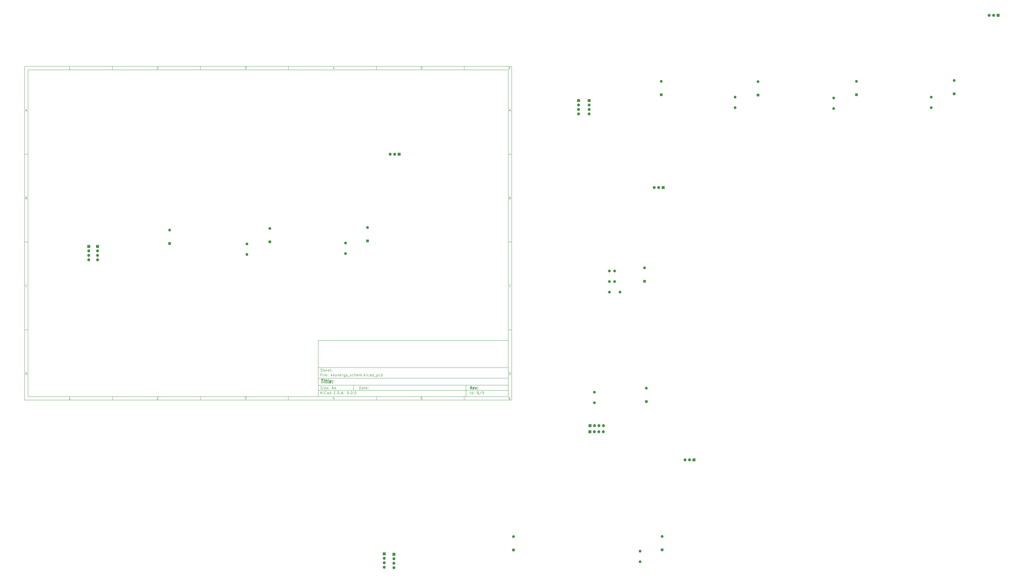
<source format=gbr>
%TF.GenerationSoftware,KiCad,Pcbnew,9.0.0*%
%TF.CreationDate,2025-04-02T13:07:29+08:00*%
%TF.ProjectId,keynergy_schem,6b65796e-6572-4677-995f-736368656d2e,rev?*%
%TF.SameCoordinates,Original*%
%TF.FileFunction,Soldermask,Bot*%
%TF.FilePolarity,Negative*%
%FSLAX46Y46*%
G04 Gerber Fmt 4.6, Leading zero omitted, Abs format (unit mm)*
G04 Created by KiCad (PCBNEW 9.0.0) date 2025-04-02 13:07:29*
%MOMM*%
%LPD*%
G01*
G04 APERTURE LIST*
%ADD10C,0.100000*%
%ADD11C,0.150000*%
%ADD12C,0.300000*%
%ADD13C,0.400000*%
%ADD14R,1.600000X1.600000*%
%ADD15O,1.600000X1.600000*%
%ADD16R,1.700000X1.700000*%
%ADD17O,1.700000X1.700000*%
G04 APERTURE END LIST*
D10*
D11*
X177002200Y-166007200D02*
X285002200Y-166007200D01*
X285002200Y-198007200D01*
X177002200Y-198007200D01*
X177002200Y-166007200D01*
D10*
D11*
X10000000Y-10000000D02*
X287002200Y-10000000D01*
X287002200Y-200007200D01*
X10000000Y-200007200D01*
X10000000Y-10000000D01*
D10*
D11*
X12000000Y-12000000D02*
X285002200Y-12000000D01*
X285002200Y-198007200D01*
X12000000Y-198007200D01*
X12000000Y-12000000D01*
D10*
D11*
X60000000Y-12000000D02*
X60000000Y-10000000D01*
D10*
D11*
X110000000Y-12000000D02*
X110000000Y-10000000D01*
D10*
D11*
X160000000Y-12000000D02*
X160000000Y-10000000D01*
D10*
D11*
X210000000Y-12000000D02*
X210000000Y-10000000D01*
D10*
D11*
X260000000Y-12000000D02*
X260000000Y-10000000D01*
D10*
D11*
X36089160Y-11593604D02*
X35346303Y-11593604D01*
X35717731Y-11593604D02*
X35717731Y-10293604D01*
X35717731Y-10293604D02*
X35593922Y-10479319D01*
X35593922Y-10479319D02*
X35470112Y-10603128D01*
X35470112Y-10603128D02*
X35346303Y-10665033D01*
D10*
D11*
X85346303Y-10417414D02*
X85408207Y-10355509D01*
X85408207Y-10355509D02*
X85532017Y-10293604D01*
X85532017Y-10293604D02*
X85841541Y-10293604D01*
X85841541Y-10293604D02*
X85965350Y-10355509D01*
X85965350Y-10355509D02*
X86027255Y-10417414D01*
X86027255Y-10417414D02*
X86089160Y-10541223D01*
X86089160Y-10541223D02*
X86089160Y-10665033D01*
X86089160Y-10665033D02*
X86027255Y-10850747D01*
X86027255Y-10850747D02*
X85284398Y-11593604D01*
X85284398Y-11593604D02*
X86089160Y-11593604D01*
D10*
D11*
X135284398Y-10293604D02*
X136089160Y-10293604D01*
X136089160Y-10293604D02*
X135655826Y-10788842D01*
X135655826Y-10788842D02*
X135841541Y-10788842D01*
X135841541Y-10788842D02*
X135965350Y-10850747D01*
X135965350Y-10850747D02*
X136027255Y-10912652D01*
X136027255Y-10912652D02*
X136089160Y-11036461D01*
X136089160Y-11036461D02*
X136089160Y-11345985D01*
X136089160Y-11345985D02*
X136027255Y-11469795D01*
X136027255Y-11469795D02*
X135965350Y-11531700D01*
X135965350Y-11531700D02*
X135841541Y-11593604D01*
X135841541Y-11593604D02*
X135470112Y-11593604D01*
X135470112Y-11593604D02*
X135346303Y-11531700D01*
X135346303Y-11531700D02*
X135284398Y-11469795D01*
D10*
D11*
X185965350Y-10726938D02*
X185965350Y-11593604D01*
X185655826Y-10231700D02*
X185346303Y-11160271D01*
X185346303Y-11160271D02*
X186151064Y-11160271D01*
D10*
D11*
X236027255Y-10293604D02*
X235408207Y-10293604D01*
X235408207Y-10293604D02*
X235346303Y-10912652D01*
X235346303Y-10912652D02*
X235408207Y-10850747D01*
X235408207Y-10850747D02*
X235532017Y-10788842D01*
X235532017Y-10788842D02*
X235841541Y-10788842D01*
X235841541Y-10788842D02*
X235965350Y-10850747D01*
X235965350Y-10850747D02*
X236027255Y-10912652D01*
X236027255Y-10912652D02*
X236089160Y-11036461D01*
X236089160Y-11036461D02*
X236089160Y-11345985D01*
X236089160Y-11345985D02*
X236027255Y-11469795D01*
X236027255Y-11469795D02*
X235965350Y-11531700D01*
X235965350Y-11531700D02*
X235841541Y-11593604D01*
X235841541Y-11593604D02*
X235532017Y-11593604D01*
X235532017Y-11593604D02*
X235408207Y-11531700D01*
X235408207Y-11531700D02*
X235346303Y-11469795D01*
D10*
D11*
X285965350Y-10293604D02*
X285717731Y-10293604D01*
X285717731Y-10293604D02*
X285593922Y-10355509D01*
X285593922Y-10355509D02*
X285532017Y-10417414D01*
X285532017Y-10417414D02*
X285408207Y-10603128D01*
X285408207Y-10603128D02*
X285346303Y-10850747D01*
X285346303Y-10850747D02*
X285346303Y-11345985D01*
X285346303Y-11345985D02*
X285408207Y-11469795D01*
X285408207Y-11469795D02*
X285470112Y-11531700D01*
X285470112Y-11531700D02*
X285593922Y-11593604D01*
X285593922Y-11593604D02*
X285841541Y-11593604D01*
X285841541Y-11593604D02*
X285965350Y-11531700D01*
X285965350Y-11531700D02*
X286027255Y-11469795D01*
X286027255Y-11469795D02*
X286089160Y-11345985D01*
X286089160Y-11345985D02*
X286089160Y-11036461D01*
X286089160Y-11036461D02*
X286027255Y-10912652D01*
X286027255Y-10912652D02*
X285965350Y-10850747D01*
X285965350Y-10850747D02*
X285841541Y-10788842D01*
X285841541Y-10788842D02*
X285593922Y-10788842D01*
X285593922Y-10788842D02*
X285470112Y-10850747D01*
X285470112Y-10850747D02*
X285408207Y-10912652D01*
X285408207Y-10912652D02*
X285346303Y-11036461D01*
D10*
D11*
X60000000Y-198007200D02*
X60000000Y-200007200D01*
D10*
D11*
X110000000Y-198007200D02*
X110000000Y-200007200D01*
D10*
D11*
X160000000Y-198007200D02*
X160000000Y-200007200D01*
D10*
D11*
X210000000Y-198007200D02*
X210000000Y-200007200D01*
D10*
D11*
X260000000Y-198007200D02*
X260000000Y-200007200D01*
D10*
D11*
X36089160Y-199600804D02*
X35346303Y-199600804D01*
X35717731Y-199600804D02*
X35717731Y-198300804D01*
X35717731Y-198300804D02*
X35593922Y-198486519D01*
X35593922Y-198486519D02*
X35470112Y-198610328D01*
X35470112Y-198610328D02*
X35346303Y-198672233D01*
D10*
D11*
X85346303Y-198424614D02*
X85408207Y-198362709D01*
X85408207Y-198362709D02*
X85532017Y-198300804D01*
X85532017Y-198300804D02*
X85841541Y-198300804D01*
X85841541Y-198300804D02*
X85965350Y-198362709D01*
X85965350Y-198362709D02*
X86027255Y-198424614D01*
X86027255Y-198424614D02*
X86089160Y-198548423D01*
X86089160Y-198548423D02*
X86089160Y-198672233D01*
X86089160Y-198672233D02*
X86027255Y-198857947D01*
X86027255Y-198857947D02*
X85284398Y-199600804D01*
X85284398Y-199600804D02*
X86089160Y-199600804D01*
D10*
D11*
X135284398Y-198300804D02*
X136089160Y-198300804D01*
X136089160Y-198300804D02*
X135655826Y-198796042D01*
X135655826Y-198796042D02*
X135841541Y-198796042D01*
X135841541Y-198796042D02*
X135965350Y-198857947D01*
X135965350Y-198857947D02*
X136027255Y-198919852D01*
X136027255Y-198919852D02*
X136089160Y-199043661D01*
X136089160Y-199043661D02*
X136089160Y-199353185D01*
X136089160Y-199353185D02*
X136027255Y-199476995D01*
X136027255Y-199476995D02*
X135965350Y-199538900D01*
X135965350Y-199538900D02*
X135841541Y-199600804D01*
X135841541Y-199600804D02*
X135470112Y-199600804D01*
X135470112Y-199600804D02*
X135346303Y-199538900D01*
X135346303Y-199538900D02*
X135284398Y-199476995D01*
D10*
D11*
X185965350Y-198734138D02*
X185965350Y-199600804D01*
X185655826Y-198238900D02*
X185346303Y-199167471D01*
X185346303Y-199167471D02*
X186151064Y-199167471D01*
D10*
D11*
X236027255Y-198300804D02*
X235408207Y-198300804D01*
X235408207Y-198300804D02*
X235346303Y-198919852D01*
X235346303Y-198919852D02*
X235408207Y-198857947D01*
X235408207Y-198857947D02*
X235532017Y-198796042D01*
X235532017Y-198796042D02*
X235841541Y-198796042D01*
X235841541Y-198796042D02*
X235965350Y-198857947D01*
X235965350Y-198857947D02*
X236027255Y-198919852D01*
X236027255Y-198919852D02*
X236089160Y-199043661D01*
X236089160Y-199043661D02*
X236089160Y-199353185D01*
X236089160Y-199353185D02*
X236027255Y-199476995D01*
X236027255Y-199476995D02*
X235965350Y-199538900D01*
X235965350Y-199538900D02*
X235841541Y-199600804D01*
X235841541Y-199600804D02*
X235532017Y-199600804D01*
X235532017Y-199600804D02*
X235408207Y-199538900D01*
X235408207Y-199538900D02*
X235346303Y-199476995D01*
D10*
D11*
X285965350Y-198300804D02*
X285717731Y-198300804D01*
X285717731Y-198300804D02*
X285593922Y-198362709D01*
X285593922Y-198362709D02*
X285532017Y-198424614D01*
X285532017Y-198424614D02*
X285408207Y-198610328D01*
X285408207Y-198610328D02*
X285346303Y-198857947D01*
X285346303Y-198857947D02*
X285346303Y-199353185D01*
X285346303Y-199353185D02*
X285408207Y-199476995D01*
X285408207Y-199476995D02*
X285470112Y-199538900D01*
X285470112Y-199538900D02*
X285593922Y-199600804D01*
X285593922Y-199600804D02*
X285841541Y-199600804D01*
X285841541Y-199600804D02*
X285965350Y-199538900D01*
X285965350Y-199538900D02*
X286027255Y-199476995D01*
X286027255Y-199476995D02*
X286089160Y-199353185D01*
X286089160Y-199353185D02*
X286089160Y-199043661D01*
X286089160Y-199043661D02*
X286027255Y-198919852D01*
X286027255Y-198919852D02*
X285965350Y-198857947D01*
X285965350Y-198857947D02*
X285841541Y-198796042D01*
X285841541Y-198796042D02*
X285593922Y-198796042D01*
X285593922Y-198796042D02*
X285470112Y-198857947D01*
X285470112Y-198857947D02*
X285408207Y-198919852D01*
X285408207Y-198919852D02*
X285346303Y-199043661D01*
D10*
D11*
X10000000Y-60000000D02*
X12000000Y-60000000D01*
D10*
D11*
X10000000Y-110000000D02*
X12000000Y-110000000D01*
D10*
D11*
X10000000Y-160000000D02*
X12000000Y-160000000D01*
D10*
D11*
X10690476Y-35222176D02*
X11309523Y-35222176D01*
X10566666Y-35593604D02*
X10999999Y-34293604D01*
X10999999Y-34293604D02*
X11433333Y-35593604D01*
D10*
D11*
X11092857Y-84912652D02*
X11278571Y-84974557D01*
X11278571Y-84974557D02*
X11340476Y-85036461D01*
X11340476Y-85036461D02*
X11402380Y-85160271D01*
X11402380Y-85160271D02*
X11402380Y-85345985D01*
X11402380Y-85345985D02*
X11340476Y-85469795D01*
X11340476Y-85469795D02*
X11278571Y-85531700D01*
X11278571Y-85531700D02*
X11154761Y-85593604D01*
X11154761Y-85593604D02*
X10659523Y-85593604D01*
X10659523Y-85593604D02*
X10659523Y-84293604D01*
X10659523Y-84293604D02*
X11092857Y-84293604D01*
X11092857Y-84293604D02*
X11216666Y-84355509D01*
X11216666Y-84355509D02*
X11278571Y-84417414D01*
X11278571Y-84417414D02*
X11340476Y-84541223D01*
X11340476Y-84541223D02*
X11340476Y-84665033D01*
X11340476Y-84665033D02*
X11278571Y-84788842D01*
X11278571Y-84788842D02*
X11216666Y-84850747D01*
X11216666Y-84850747D02*
X11092857Y-84912652D01*
X11092857Y-84912652D02*
X10659523Y-84912652D01*
D10*
D11*
X11402380Y-135469795D02*
X11340476Y-135531700D01*
X11340476Y-135531700D02*
X11154761Y-135593604D01*
X11154761Y-135593604D02*
X11030952Y-135593604D01*
X11030952Y-135593604D02*
X10845238Y-135531700D01*
X10845238Y-135531700D02*
X10721428Y-135407890D01*
X10721428Y-135407890D02*
X10659523Y-135284080D01*
X10659523Y-135284080D02*
X10597619Y-135036461D01*
X10597619Y-135036461D02*
X10597619Y-134850747D01*
X10597619Y-134850747D02*
X10659523Y-134603128D01*
X10659523Y-134603128D02*
X10721428Y-134479319D01*
X10721428Y-134479319D02*
X10845238Y-134355509D01*
X10845238Y-134355509D02*
X11030952Y-134293604D01*
X11030952Y-134293604D02*
X11154761Y-134293604D01*
X11154761Y-134293604D02*
X11340476Y-134355509D01*
X11340476Y-134355509D02*
X11402380Y-134417414D01*
D10*
D11*
X10659523Y-185593604D02*
X10659523Y-184293604D01*
X10659523Y-184293604D02*
X10969047Y-184293604D01*
X10969047Y-184293604D02*
X11154761Y-184355509D01*
X11154761Y-184355509D02*
X11278571Y-184479319D01*
X11278571Y-184479319D02*
X11340476Y-184603128D01*
X11340476Y-184603128D02*
X11402380Y-184850747D01*
X11402380Y-184850747D02*
X11402380Y-185036461D01*
X11402380Y-185036461D02*
X11340476Y-185284080D01*
X11340476Y-185284080D02*
X11278571Y-185407890D01*
X11278571Y-185407890D02*
X11154761Y-185531700D01*
X11154761Y-185531700D02*
X10969047Y-185593604D01*
X10969047Y-185593604D02*
X10659523Y-185593604D01*
D10*
D11*
X287002200Y-60000000D02*
X285002200Y-60000000D01*
D10*
D11*
X287002200Y-110000000D02*
X285002200Y-110000000D01*
D10*
D11*
X287002200Y-160000000D02*
X285002200Y-160000000D01*
D10*
D11*
X285692676Y-35222176D02*
X286311723Y-35222176D01*
X285568866Y-35593604D02*
X286002199Y-34293604D01*
X286002199Y-34293604D02*
X286435533Y-35593604D01*
D10*
D11*
X286095057Y-84912652D02*
X286280771Y-84974557D01*
X286280771Y-84974557D02*
X286342676Y-85036461D01*
X286342676Y-85036461D02*
X286404580Y-85160271D01*
X286404580Y-85160271D02*
X286404580Y-85345985D01*
X286404580Y-85345985D02*
X286342676Y-85469795D01*
X286342676Y-85469795D02*
X286280771Y-85531700D01*
X286280771Y-85531700D02*
X286156961Y-85593604D01*
X286156961Y-85593604D02*
X285661723Y-85593604D01*
X285661723Y-85593604D02*
X285661723Y-84293604D01*
X285661723Y-84293604D02*
X286095057Y-84293604D01*
X286095057Y-84293604D02*
X286218866Y-84355509D01*
X286218866Y-84355509D02*
X286280771Y-84417414D01*
X286280771Y-84417414D02*
X286342676Y-84541223D01*
X286342676Y-84541223D02*
X286342676Y-84665033D01*
X286342676Y-84665033D02*
X286280771Y-84788842D01*
X286280771Y-84788842D02*
X286218866Y-84850747D01*
X286218866Y-84850747D02*
X286095057Y-84912652D01*
X286095057Y-84912652D02*
X285661723Y-84912652D01*
D10*
D11*
X286404580Y-135469795D02*
X286342676Y-135531700D01*
X286342676Y-135531700D02*
X286156961Y-135593604D01*
X286156961Y-135593604D02*
X286033152Y-135593604D01*
X286033152Y-135593604D02*
X285847438Y-135531700D01*
X285847438Y-135531700D02*
X285723628Y-135407890D01*
X285723628Y-135407890D02*
X285661723Y-135284080D01*
X285661723Y-135284080D02*
X285599819Y-135036461D01*
X285599819Y-135036461D02*
X285599819Y-134850747D01*
X285599819Y-134850747D02*
X285661723Y-134603128D01*
X285661723Y-134603128D02*
X285723628Y-134479319D01*
X285723628Y-134479319D02*
X285847438Y-134355509D01*
X285847438Y-134355509D02*
X286033152Y-134293604D01*
X286033152Y-134293604D02*
X286156961Y-134293604D01*
X286156961Y-134293604D02*
X286342676Y-134355509D01*
X286342676Y-134355509D02*
X286404580Y-134417414D01*
D10*
D11*
X285661723Y-185593604D02*
X285661723Y-184293604D01*
X285661723Y-184293604D02*
X285971247Y-184293604D01*
X285971247Y-184293604D02*
X286156961Y-184355509D01*
X286156961Y-184355509D02*
X286280771Y-184479319D01*
X286280771Y-184479319D02*
X286342676Y-184603128D01*
X286342676Y-184603128D02*
X286404580Y-184850747D01*
X286404580Y-184850747D02*
X286404580Y-185036461D01*
X286404580Y-185036461D02*
X286342676Y-185284080D01*
X286342676Y-185284080D02*
X286280771Y-185407890D01*
X286280771Y-185407890D02*
X286156961Y-185531700D01*
X286156961Y-185531700D02*
X285971247Y-185593604D01*
X285971247Y-185593604D02*
X285661723Y-185593604D01*
D10*
D11*
X200458026Y-193793328D02*
X200458026Y-192293328D01*
X200458026Y-192293328D02*
X200815169Y-192293328D01*
X200815169Y-192293328D02*
X201029455Y-192364757D01*
X201029455Y-192364757D02*
X201172312Y-192507614D01*
X201172312Y-192507614D02*
X201243741Y-192650471D01*
X201243741Y-192650471D02*
X201315169Y-192936185D01*
X201315169Y-192936185D02*
X201315169Y-193150471D01*
X201315169Y-193150471D02*
X201243741Y-193436185D01*
X201243741Y-193436185D02*
X201172312Y-193579042D01*
X201172312Y-193579042D02*
X201029455Y-193721900D01*
X201029455Y-193721900D02*
X200815169Y-193793328D01*
X200815169Y-193793328D02*
X200458026Y-193793328D01*
X202600884Y-193793328D02*
X202600884Y-193007614D01*
X202600884Y-193007614D02*
X202529455Y-192864757D01*
X202529455Y-192864757D02*
X202386598Y-192793328D01*
X202386598Y-192793328D02*
X202100884Y-192793328D01*
X202100884Y-192793328D02*
X201958026Y-192864757D01*
X202600884Y-193721900D02*
X202458026Y-193793328D01*
X202458026Y-193793328D02*
X202100884Y-193793328D01*
X202100884Y-193793328D02*
X201958026Y-193721900D01*
X201958026Y-193721900D02*
X201886598Y-193579042D01*
X201886598Y-193579042D02*
X201886598Y-193436185D01*
X201886598Y-193436185D02*
X201958026Y-193293328D01*
X201958026Y-193293328D02*
X202100884Y-193221900D01*
X202100884Y-193221900D02*
X202458026Y-193221900D01*
X202458026Y-193221900D02*
X202600884Y-193150471D01*
X203100884Y-192793328D02*
X203672312Y-192793328D01*
X203315169Y-192293328D02*
X203315169Y-193579042D01*
X203315169Y-193579042D02*
X203386598Y-193721900D01*
X203386598Y-193721900D02*
X203529455Y-193793328D01*
X203529455Y-193793328D02*
X203672312Y-193793328D01*
X204743741Y-193721900D02*
X204600884Y-193793328D01*
X204600884Y-193793328D02*
X204315170Y-193793328D01*
X204315170Y-193793328D02*
X204172312Y-193721900D01*
X204172312Y-193721900D02*
X204100884Y-193579042D01*
X204100884Y-193579042D02*
X204100884Y-193007614D01*
X204100884Y-193007614D02*
X204172312Y-192864757D01*
X204172312Y-192864757D02*
X204315170Y-192793328D01*
X204315170Y-192793328D02*
X204600884Y-192793328D01*
X204600884Y-192793328D02*
X204743741Y-192864757D01*
X204743741Y-192864757D02*
X204815170Y-193007614D01*
X204815170Y-193007614D02*
X204815170Y-193150471D01*
X204815170Y-193150471D02*
X204100884Y-193293328D01*
X205458026Y-193650471D02*
X205529455Y-193721900D01*
X205529455Y-193721900D02*
X205458026Y-193793328D01*
X205458026Y-193793328D02*
X205386598Y-193721900D01*
X205386598Y-193721900D02*
X205458026Y-193650471D01*
X205458026Y-193650471D02*
X205458026Y-193793328D01*
X205458026Y-192864757D02*
X205529455Y-192936185D01*
X205529455Y-192936185D02*
X205458026Y-193007614D01*
X205458026Y-193007614D02*
X205386598Y-192936185D01*
X205386598Y-192936185D02*
X205458026Y-192864757D01*
X205458026Y-192864757D02*
X205458026Y-193007614D01*
D10*
D11*
X177002200Y-194507200D02*
X285002200Y-194507200D01*
D10*
D11*
X178458026Y-196593328D02*
X178458026Y-195093328D01*
X179315169Y-196593328D02*
X178672312Y-195736185D01*
X179315169Y-195093328D02*
X178458026Y-195950471D01*
X179958026Y-196593328D02*
X179958026Y-195593328D01*
X179958026Y-195093328D02*
X179886598Y-195164757D01*
X179886598Y-195164757D02*
X179958026Y-195236185D01*
X179958026Y-195236185D02*
X180029455Y-195164757D01*
X180029455Y-195164757D02*
X179958026Y-195093328D01*
X179958026Y-195093328D02*
X179958026Y-195236185D01*
X181529455Y-196450471D02*
X181458027Y-196521900D01*
X181458027Y-196521900D02*
X181243741Y-196593328D01*
X181243741Y-196593328D02*
X181100884Y-196593328D01*
X181100884Y-196593328D02*
X180886598Y-196521900D01*
X180886598Y-196521900D02*
X180743741Y-196379042D01*
X180743741Y-196379042D02*
X180672312Y-196236185D01*
X180672312Y-196236185D02*
X180600884Y-195950471D01*
X180600884Y-195950471D02*
X180600884Y-195736185D01*
X180600884Y-195736185D02*
X180672312Y-195450471D01*
X180672312Y-195450471D02*
X180743741Y-195307614D01*
X180743741Y-195307614D02*
X180886598Y-195164757D01*
X180886598Y-195164757D02*
X181100884Y-195093328D01*
X181100884Y-195093328D02*
X181243741Y-195093328D01*
X181243741Y-195093328D02*
X181458027Y-195164757D01*
X181458027Y-195164757D02*
X181529455Y-195236185D01*
X182815170Y-196593328D02*
X182815170Y-195807614D01*
X182815170Y-195807614D02*
X182743741Y-195664757D01*
X182743741Y-195664757D02*
X182600884Y-195593328D01*
X182600884Y-195593328D02*
X182315170Y-195593328D01*
X182315170Y-195593328D02*
X182172312Y-195664757D01*
X182815170Y-196521900D02*
X182672312Y-196593328D01*
X182672312Y-196593328D02*
X182315170Y-196593328D01*
X182315170Y-196593328D02*
X182172312Y-196521900D01*
X182172312Y-196521900D02*
X182100884Y-196379042D01*
X182100884Y-196379042D02*
X182100884Y-196236185D01*
X182100884Y-196236185D02*
X182172312Y-196093328D01*
X182172312Y-196093328D02*
X182315170Y-196021900D01*
X182315170Y-196021900D02*
X182672312Y-196021900D01*
X182672312Y-196021900D02*
X182815170Y-195950471D01*
X184172313Y-196593328D02*
X184172313Y-195093328D01*
X184172313Y-196521900D02*
X184029455Y-196593328D01*
X184029455Y-196593328D02*
X183743741Y-196593328D01*
X183743741Y-196593328D02*
X183600884Y-196521900D01*
X183600884Y-196521900D02*
X183529455Y-196450471D01*
X183529455Y-196450471D02*
X183458027Y-196307614D01*
X183458027Y-196307614D02*
X183458027Y-195879042D01*
X183458027Y-195879042D02*
X183529455Y-195736185D01*
X183529455Y-195736185D02*
X183600884Y-195664757D01*
X183600884Y-195664757D02*
X183743741Y-195593328D01*
X183743741Y-195593328D02*
X184029455Y-195593328D01*
X184029455Y-195593328D02*
X184172313Y-195664757D01*
X186029455Y-195807614D02*
X186529455Y-195807614D01*
X186743741Y-196593328D02*
X186029455Y-196593328D01*
X186029455Y-196593328D02*
X186029455Y-195093328D01*
X186029455Y-195093328D02*
X186743741Y-195093328D01*
X187386598Y-196450471D02*
X187458027Y-196521900D01*
X187458027Y-196521900D02*
X187386598Y-196593328D01*
X187386598Y-196593328D02*
X187315170Y-196521900D01*
X187315170Y-196521900D02*
X187386598Y-196450471D01*
X187386598Y-196450471D02*
X187386598Y-196593328D01*
X188100884Y-196593328D02*
X188100884Y-195093328D01*
X188100884Y-195093328D02*
X188458027Y-195093328D01*
X188458027Y-195093328D02*
X188672313Y-195164757D01*
X188672313Y-195164757D02*
X188815170Y-195307614D01*
X188815170Y-195307614D02*
X188886599Y-195450471D01*
X188886599Y-195450471D02*
X188958027Y-195736185D01*
X188958027Y-195736185D02*
X188958027Y-195950471D01*
X188958027Y-195950471D02*
X188886599Y-196236185D01*
X188886599Y-196236185D02*
X188815170Y-196379042D01*
X188815170Y-196379042D02*
X188672313Y-196521900D01*
X188672313Y-196521900D02*
X188458027Y-196593328D01*
X188458027Y-196593328D02*
X188100884Y-196593328D01*
X189600884Y-196450471D02*
X189672313Y-196521900D01*
X189672313Y-196521900D02*
X189600884Y-196593328D01*
X189600884Y-196593328D02*
X189529456Y-196521900D01*
X189529456Y-196521900D02*
X189600884Y-196450471D01*
X189600884Y-196450471D02*
X189600884Y-196593328D01*
X190243742Y-196164757D02*
X190958028Y-196164757D01*
X190100885Y-196593328D02*
X190600885Y-195093328D01*
X190600885Y-195093328D02*
X191100885Y-196593328D01*
X191600884Y-196450471D02*
X191672313Y-196521900D01*
X191672313Y-196521900D02*
X191600884Y-196593328D01*
X191600884Y-196593328D02*
X191529456Y-196521900D01*
X191529456Y-196521900D02*
X191600884Y-196450471D01*
X191600884Y-196450471D02*
X191600884Y-196593328D01*
X193529456Y-196593328D02*
X193815170Y-196593328D01*
X193815170Y-196593328D02*
X193958027Y-196521900D01*
X193958027Y-196521900D02*
X194029456Y-196450471D01*
X194029456Y-196450471D02*
X194172313Y-196236185D01*
X194172313Y-196236185D02*
X194243742Y-195950471D01*
X194243742Y-195950471D02*
X194243742Y-195379042D01*
X194243742Y-195379042D02*
X194172313Y-195236185D01*
X194172313Y-195236185D02*
X194100885Y-195164757D01*
X194100885Y-195164757D02*
X193958027Y-195093328D01*
X193958027Y-195093328D02*
X193672313Y-195093328D01*
X193672313Y-195093328D02*
X193529456Y-195164757D01*
X193529456Y-195164757D02*
X193458027Y-195236185D01*
X193458027Y-195236185D02*
X193386599Y-195379042D01*
X193386599Y-195379042D02*
X193386599Y-195736185D01*
X193386599Y-195736185D02*
X193458027Y-195879042D01*
X193458027Y-195879042D02*
X193529456Y-195950471D01*
X193529456Y-195950471D02*
X193672313Y-196021900D01*
X193672313Y-196021900D02*
X193958027Y-196021900D01*
X193958027Y-196021900D02*
X194100885Y-195950471D01*
X194100885Y-195950471D02*
X194172313Y-195879042D01*
X194172313Y-195879042D02*
X194243742Y-195736185D01*
X194886598Y-196450471D02*
X194958027Y-196521900D01*
X194958027Y-196521900D02*
X194886598Y-196593328D01*
X194886598Y-196593328D02*
X194815170Y-196521900D01*
X194815170Y-196521900D02*
X194886598Y-196450471D01*
X194886598Y-196450471D02*
X194886598Y-196593328D01*
X195886599Y-195093328D02*
X196029456Y-195093328D01*
X196029456Y-195093328D02*
X196172313Y-195164757D01*
X196172313Y-195164757D02*
X196243742Y-195236185D01*
X196243742Y-195236185D02*
X196315170Y-195379042D01*
X196315170Y-195379042D02*
X196386599Y-195664757D01*
X196386599Y-195664757D02*
X196386599Y-196021900D01*
X196386599Y-196021900D02*
X196315170Y-196307614D01*
X196315170Y-196307614D02*
X196243742Y-196450471D01*
X196243742Y-196450471D02*
X196172313Y-196521900D01*
X196172313Y-196521900D02*
X196029456Y-196593328D01*
X196029456Y-196593328D02*
X195886599Y-196593328D01*
X195886599Y-196593328D02*
X195743742Y-196521900D01*
X195743742Y-196521900D02*
X195672313Y-196450471D01*
X195672313Y-196450471D02*
X195600884Y-196307614D01*
X195600884Y-196307614D02*
X195529456Y-196021900D01*
X195529456Y-196021900D02*
X195529456Y-195664757D01*
X195529456Y-195664757D02*
X195600884Y-195379042D01*
X195600884Y-195379042D02*
X195672313Y-195236185D01*
X195672313Y-195236185D02*
X195743742Y-195164757D01*
X195743742Y-195164757D02*
X195886599Y-195093328D01*
X197029455Y-196450471D02*
X197100884Y-196521900D01*
X197100884Y-196521900D02*
X197029455Y-196593328D01*
X197029455Y-196593328D02*
X196958027Y-196521900D01*
X196958027Y-196521900D02*
X197029455Y-196450471D01*
X197029455Y-196450471D02*
X197029455Y-196593328D01*
X198029456Y-195093328D02*
X198172313Y-195093328D01*
X198172313Y-195093328D02*
X198315170Y-195164757D01*
X198315170Y-195164757D02*
X198386599Y-195236185D01*
X198386599Y-195236185D02*
X198458027Y-195379042D01*
X198458027Y-195379042D02*
X198529456Y-195664757D01*
X198529456Y-195664757D02*
X198529456Y-196021900D01*
X198529456Y-196021900D02*
X198458027Y-196307614D01*
X198458027Y-196307614D02*
X198386599Y-196450471D01*
X198386599Y-196450471D02*
X198315170Y-196521900D01*
X198315170Y-196521900D02*
X198172313Y-196593328D01*
X198172313Y-196593328D02*
X198029456Y-196593328D01*
X198029456Y-196593328D02*
X197886599Y-196521900D01*
X197886599Y-196521900D02*
X197815170Y-196450471D01*
X197815170Y-196450471D02*
X197743741Y-196307614D01*
X197743741Y-196307614D02*
X197672313Y-196021900D01*
X197672313Y-196021900D02*
X197672313Y-195664757D01*
X197672313Y-195664757D02*
X197743741Y-195379042D01*
X197743741Y-195379042D02*
X197815170Y-195236185D01*
X197815170Y-195236185D02*
X197886599Y-195164757D01*
X197886599Y-195164757D02*
X198029456Y-195093328D01*
D10*
D11*
X177002200Y-191507200D02*
X285002200Y-191507200D01*
D10*
D12*
X264413853Y-193785528D02*
X263913853Y-193071242D01*
X263556710Y-193785528D02*
X263556710Y-192285528D01*
X263556710Y-192285528D02*
X264128139Y-192285528D01*
X264128139Y-192285528D02*
X264270996Y-192356957D01*
X264270996Y-192356957D02*
X264342425Y-192428385D01*
X264342425Y-192428385D02*
X264413853Y-192571242D01*
X264413853Y-192571242D02*
X264413853Y-192785528D01*
X264413853Y-192785528D02*
X264342425Y-192928385D01*
X264342425Y-192928385D02*
X264270996Y-192999814D01*
X264270996Y-192999814D02*
X264128139Y-193071242D01*
X264128139Y-193071242D02*
X263556710Y-193071242D01*
X265628139Y-193714100D02*
X265485282Y-193785528D01*
X265485282Y-193785528D02*
X265199568Y-193785528D01*
X265199568Y-193785528D02*
X265056710Y-193714100D01*
X265056710Y-193714100D02*
X264985282Y-193571242D01*
X264985282Y-193571242D02*
X264985282Y-192999814D01*
X264985282Y-192999814D02*
X265056710Y-192856957D01*
X265056710Y-192856957D02*
X265199568Y-192785528D01*
X265199568Y-192785528D02*
X265485282Y-192785528D01*
X265485282Y-192785528D02*
X265628139Y-192856957D01*
X265628139Y-192856957D02*
X265699568Y-192999814D01*
X265699568Y-192999814D02*
X265699568Y-193142671D01*
X265699568Y-193142671D02*
X264985282Y-193285528D01*
X266199567Y-192785528D02*
X266556710Y-193785528D01*
X266556710Y-193785528D02*
X266913853Y-192785528D01*
X267485281Y-193642671D02*
X267556710Y-193714100D01*
X267556710Y-193714100D02*
X267485281Y-193785528D01*
X267485281Y-193785528D02*
X267413853Y-193714100D01*
X267413853Y-193714100D02*
X267485281Y-193642671D01*
X267485281Y-193642671D02*
X267485281Y-193785528D01*
X267485281Y-192856957D02*
X267556710Y-192928385D01*
X267556710Y-192928385D02*
X267485281Y-192999814D01*
X267485281Y-192999814D02*
X267413853Y-192928385D01*
X267413853Y-192928385D02*
X267485281Y-192856957D01*
X267485281Y-192856957D02*
X267485281Y-192999814D01*
D10*
D11*
X178386598Y-193721900D02*
X178600884Y-193793328D01*
X178600884Y-193793328D02*
X178958026Y-193793328D01*
X178958026Y-193793328D02*
X179100884Y-193721900D01*
X179100884Y-193721900D02*
X179172312Y-193650471D01*
X179172312Y-193650471D02*
X179243741Y-193507614D01*
X179243741Y-193507614D02*
X179243741Y-193364757D01*
X179243741Y-193364757D02*
X179172312Y-193221900D01*
X179172312Y-193221900D02*
X179100884Y-193150471D01*
X179100884Y-193150471D02*
X178958026Y-193079042D01*
X178958026Y-193079042D02*
X178672312Y-193007614D01*
X178672312Y-193007614D02*
X178529455Y-192936185D01*
X178529455Y-192936185D02*
X178458026Y-192864757D01*
X178458026Y-192864757D02*
X178386598Y-192721900D01*
X178386598Y-192721900D02*
X178386598Y-192579042D01*
X178386598Y-192579042D02*
X178458026Y-192436185D01*
X178458026Y-192436185D02*
X178529455Y-192364757D01*
X178529455Y-192364757D02*
X178672312Y-192293328D01*
X178672312Y-192293328D02*
X179029455Y-192293328D01*
X179029455Y-192293328D02*
X179243741Y-192364757D01*
X179886597Y-193793328D02*
X179886597Y-192793328D01*
X179886597Y-192293328D02*
X179815169Y-192364757D01*
X179815169Y-192364757D02*
X179886597Y-192436185D01*
X179886597Y-192436185D02*
X179958026Y-192364757D01*
X179958026Y-192364757D02*
X179886597Y-192293328D01*
X179886597Y-192293328D02*
X179886597Y-192436185D01*
X180458026Y-192793328D02*
X181243741Y-192793328D01*
X181243741Y-192793328D02*
X180458026Y-193793328D01*
X180458026Y-193793328D02*
X181243741Y-193793328D01*
X182386598Y-193721900D02*
X182243741Y-193793328D01*
X182243741Y-193793328D02*
X181958027Y-193793328D01*
X181958027Y-193793328D02*
X181815169Y-193721900D01*
X181815169Y-193721900D02*
X181743741Y-193579042D01*
X181743741Y-193579042D02*
X181743741Y-193007614D01*
X181743741Y-193007614D02*
X181815169Y-192864757D01*
X181815169Y-192864757D02*
X181958027Y-192793328D01*
X181958027Y-192793328D02*
X182243741Y-192793328D01*
X182243741Y-192793328D02*
X182386598Y-192864757D01*
X182386598Y-192864757D02*
X182458027Y-193007614D01*
X182458027Y-193007614D02*
X182458027Y-193150471D01*
X182458027Y-193150471D02*
X181743741Y-193293328D01*
X183100883Y-193650471D02*
X183172312Y-193721900D01*
X183172312Y-193721900D02*
X183100883Y-193793328D01*
X183100883Y-193793328D02*
X183029455Y-193721900D01*
X183029455Y-193721900D02*
X183100883Y-193650471D01*
X183100883Y-193650471D02*
X183100883Y-193793328D01*
X183100883Y-192864757D02*
X183172312Y-192936185D01*
X183172312Y-192936185D02*
X183100883Y-193007614D01*
X183100883Y-193007614D02*
X183029455Y-192936185D01*
X183029455Y-192936185D02*
X183100883Y-192864757D01*
X183100883Y-192864757D02*
X183100883Y-193007614D01*
X184886598Y-193364757D02*
X185600884Y-193364757D01*
X184743741Y-193793328D02*
X185243741Y-192293328D01*
X185243741Y-192293328D02*
X185743741Y-193793328D01*
X186886598Y-192793328D02*
X186886598Y-193793328D01*
X186529455Y-192221900D02*
X186172312Y-193293328D01*
X186172312Y-193293328D02*
X187100883Y-193293328D01*
D10*
D11*
X263458026Y-196593328D02*
X263458026Y-195093328D01*
X264815170Y-196593328D02*
X264815170Y-195093328D01*
X264815170Y-196521900D02*
X264672312Y-196593328D01*
X264672312Y-196593328D02*
X264386598Y-196593328D01*
X264386598Y-196593328D02*
X264243741Y-196521900D01*
X264243741Y-196521900D02*
X264172312Y-196450471D01*
X264172312Y-196450471D02*
X264100884Y-196307614D01*
X264100884Y-196307614D02*
X264100884Y-195879042D01*
X264100884Y-195879042D02*
X264172312Y-195736185D01*
X264172312Y-195736185D02*
X264243741Y-195664757D01*
X264243741Y-195664757D02*
X264386598Y-195593328D01*
X264386598Y-195593328D02*
X264672312Y-195593328D01*
X264672312Y-195593328D02*
X264815170Y-195664757D01*
X265529455Y-196450471D02*
X265600884Y-196521900D01*
X265600884Y-196521900D02*
X265529455Y-196593328D01*
X265529455Y-196593328D02*
X265458027Y-196521900D01*
X265458027Y-196521900D02*
X265529455Y-196450471D01*
X265529455Y-196450471D02*
X265529455Y-196593328D01*
X265529455Y-195664757D02*
X265600884Y-195736185D01*
X265600884Y-195736185D02*
X265529455Y-195807614D01*
X265529455Y-195807614D02*
X265458027Y-195736185D01*
X265458027Y-195736185D02*
X265529455Y-195664757D01*
X265529455Y-195664757D02*
X265529455Y-195807614D01*
X267600884Y-195736185D02*
X267458027Y-195664757D01*
X267458027Y-195664757D02*
X267386598Y-195593328D01*
X267386598Y-195593328D02*
X267315170Y-195450471D01*
X267315170Y-195450471D02*
X267315170Y-195379042D01*
X267315170Y-195379042D02*
X267386598Y-195236185D01*
X267386598Y-195236185D02*
X267458027Y-195164757D01*
X267458027Y-195164757D02*
X267600884Y-195093328D01*
X267600884Y-195093328D02*
X267886598Y-195093328D01*
X267886598Y-195093328D02*
X268029456Y-195164757D01*
X268029456Y-195164757D02*
X268100884Y-195236185D01*
X268100884Y-195236185D02*
X268172313Y-195379042D01*
X268172313Y-195379042D02*
X268172313Y-195450471D01*
X268172313Y-195450471D02*
X268100884Y-195593328D01*
X268100884Y-195593328D02*
X268029456Y-195664757D01*
X268029456Y-195664757D02*
X267886598Y-195736185D01*
X267886598Y-195736185D02*
X267600884Y-195736185D01*
X267600884Y-195736185D02*
X267458027Y-195807614D01*
X267458027Y-195807614D02*
X267386598Y-195879042D01*
X267386598Y-195879042D02*
X267315170Y-196021900D01*
X267315170Y-196021900D02*
X267315170Y-196307614D01*
X267315170Y-196307614D02*
X267386598Y-196450471D01*
X267386598Y-196450471D02*
X267458027Y-196521900D01*
X267458027Y-196521900D02*
X267600884Y-196593328D01*
X267600884Y-196593328D02*
X267886598Y-196593328D01*
X267886598Y-196593328D02*
X268029456Y-196521900D01*
X268029456Y-196521900D02*
X268100884Y-196450471D01*
X268100884Y-196450471D02*
X268172313Y-196307614D01*
X268172313Y-196307614D02*
X268172313Y-196021900D01*
X268172313Y-196021900D02*
X268100884Y-195879042D01*
X268100884Y-195879042D02*
X268029456Y-195807614D01*
X268029456Y-195807614D02*
X267886598Y-195736185D01*
X269886598Y-195021900D02*
X268600884Y-196950471D01*
X270458027Y-196593328D02*
X270743741Y-196593328D01*
X270743741Y-196593328D02*
X270886598Y-196521900D01*
X270886598Y-196521900D02*
X270958027Y-196450471D01*
X270958027Y-196450471D02*
X271100884Y-196236185D01*
X271100884Y-196236185D02*
X271172313Y-195950471D01*
X271172313Y-195950471D02*
X271172313Y-195379042D01*
X271172313Y-195379042D02*
X271100884Y-195236185D01*
X271100884Y-195236185D02*
X271029456Y-195164757D01*
X271029456Y-195164757D02*
X270886598Y-195093328D01*
X270886598Y-195093328D02*
X270600884Y-195093328D01*
X270600884Y-195093328D02*
X270458027Y-195164757D01*
X270458027Y-195164757D02*
X270386598Y-195236185D01*
X270386598Y-195236185D02*
X270315170Y-195379042D01*
X270315170Y-195379042D02*
X270315170Y-195736185D01*
X270315170Y-195736185D02*
X270386598Y-195879042D01*
X270386598Y-195879042D02*
X270458027Y-195950471D01*
X270458027Y-195950471D02*
X270600884Y-196021900D01*
X270600884Y-196021900D02*
X270886598Y-196021900D01*
X270886598Y-196021900D02*
X271029456Y-195950471D01*
X271029456Y-195950471D02*
X271100884Y-195879042D01*
X271100884Y-195879042D02*
X271172313Y-195736185D01*
D10*
D11*
X177002200Y-187507200D02*
X285002200Y-187507200D01*
D10*
D13*
X178693928Y-188211638D02*
X179836785Y-188211638D01*
X179015357Y-190211638D02*
X179265357Y-188211638D01*
X180253452Y-190211638D02*
X180420119Y-188878304D01*
X180503452Y-188211638D02*
X180396309Y-188306876D01*
X180396309Y-188306876D02*
X180479643Y-188402114D01*
X180479643Y-188402114D02*
X180586786Y-188306876D01*
X180586786Y-188306876D02*
X180503452Y-188211638D01*
X180503452Y-188211638D02*
X180479643Y-188402114D01*
X181086786Y-188878304D02*
X181848690Y-188878304D01*
X181455833Y-188211638D02*
X181241548Y-189925923D01*
X181241548Y-189925923D02*
X181312976Y-190116400D01*
X181312976Y-190116400D02*
X181491548Y-190211638D01*
X181491548Y-190211638D02*
X181682024Y-190211638D01*
X182634405Y-190211638D02*
X182455833Y-190116400D01*
X182455833Y-190116400D02*
X182384405Y-189925923D01*
X182384405Y-189925923D02*
X182598690Y-188211638D01*
X184170119Y-190116400D02*
X183967738Y-190211638D01*
X183967738Y-190211638D02*
X183586785Y-190211638D01*
X183586785Y-190211638D02*
X183408214Y-190116400D01*
X183408214Y-190116400D02*
X183336785Y-189925923D01*
X183336785Y-189925923D02*
X183432024Y-189164019D01*
X183432024Y-189164019D02*
X183551071Y-188973542D01*
X183551071Y-188973542D02*
X183753452Y-188878304D01*
X183753452Y-188878304D02*
X184134404Y-188878304D01*
X184134404Y-188878304D02*
X184312976Y-188973542D01*
X184312976Y-188973542D02*
X184384404Y-189164019D01*
X184384404Y-189164019D02*
X184360595Y-189354495D01*
X184360595Y-189354495D02*
X183384404Y-189544971D01*
X185134405Y-190021161D02*
X185217738Y-190116400D01*
X185217738Y-190116400D02*
X185110595Y-190211638D01*
X185110595Y-190211638D02*
X185027262Y-190116400D01*
X185027262Y-190116400D02*
X185134405Y-190021161D01*
X185134405Y-190021161D02*
X185110595Y-190211638D01*
X185265357Y-188973542D02*
X185348690Y-189068780D01*
X185348690Y-189068780D02*
X185241548Y-189164019D01*
X185241548Y-189164019D02*
X185158214Y-189068780D01*
X185158214Y-189068780D02*
X185265357Y-188973542D01*
X185265357Y-188973542D02*
X185241548Y-189164019D01*
D10*
D11*
X178958026Y-185607614D02*
X178458026Y-185607614D01*
X178458026Y-186393328D02*
X178458026Y-184893328D01*
X178458026Y-184893328D02*
X179172312Y-184893328D01*
X179743740Y-186393328D02*
X179743740Y-185393328D01*
X179743740Y-184893328D02*
X179672312Y-184964757D01*
X179672312Y-184964757D02*
X179743740Y-185036185D01*
X179743740Y-185036185D02*
X179815169Y-184964757D01*
X179815169Y-184964757D02*
X179743740Y-184893328D01*
X179743740Y-184893328D02*
X179743740Y-185036185D01*
X180672312Y-186393328D02*
X180529455Y-186321900D01*
X180529455Y-186321900D02*
X180458026Y-186179042D01*
X180458026Y-186179042D02*
X180458026Y-184893328D01*
X181815169Y-186321900D02*
X181672312Y-186393328D01*
X181672312Y-186393328D02*
X181386598Y-186393328D01*
X181386598Y-186393328D02*
X181243740Y-186321900D01*
X181243740Y-186321900D02*
X181172312Y-186179042D01*
X181172312Y-186179042D02*
X181172312Y-185607614D01*
X181172312Y-185607614D02*
X181243740Y-185464757D01*
X181243740Y-185464757D02*
X181386598Y-185393328D01*
X181386598Y-185393328D02*
X181672312Y-185393328D01*
X181672312Y-185393328D02*
X181815169Y-185464757D01*
X181815169Y-185464757D02*
X181886598Y-185607614D01*
X181886598Y-185607614D02*
X181886598Y-185750471D01*
X181886598Y-185750471D02*
X181172312Y-185893328D01*
X182529454Y-186250471D02*
X182600883Y-186321900D01*
X182600883Y-186321900D02*
X182529454Y-186393328D01*
X182529454Y-186393328D02*
X182458026Y-186321900D01*
X182458026Y-186321900D02*
X182529454Y-186250471D01*
X182529454Y-186250471D02*
X182529454Y-186393328D01*
X182529454Y-185464757D02*
X182600883Y-185536185D01*
X182600883Y-185536185D02*
X182529454Y-185607614D01*
X182529454Y-185607614D02*
X182458026Y-185536185D01*
X182458026Y-185536185D02*
X182529454Y-185464757D01*
X182529454Y-185464757D02*
X182529454Y-185607614D01*
X184386597Y-186393328D02*
X184386597Y-184893328D01*
X184529455Y-185821900D02*
X184958026Y-186393328D01*
X184958026Y-185393328D02*
X184386597Y-185964757D01*
X186172312Y-186321900D02*
X186029455Y-186393328D01*
X186029455Y-186393328D02*
X185743741Y-186393328D01*
X185743741Y-186393328D02*
X185600883Y-186321900D01*
X185600883Y-186321900D02*
X185529455Y-186179042D01*
X185529455Y-186179042D02*
X185529455Y-185607614D01*
X185529455Y-185607614D02*
X185600883Y-185464757D01*
X185600883Y-185464757D02*
X185743741Y-185393328D01*
X185743741Y-185393328D02*
X186029455Y-185393328D01*
X186029455Y-185393328D02*
X186172312Y-185464757D01*
X186172312Y-185464757D02*
X186243741Y-185607614D01*
X186243741Y-185607614D02*
X186243741Y-185750471D01*
X186243741Y-185750471D02*
X185529455Y-185893328D01*
X186743740Y-185393328D02*
X187100883Y-186393328D01*
X187458026Y-185393328D02*
X187100883Y-186393328D01*
X187100883Y-186393328D02*
X186958026Y-186750471D01*
X186958026Y-186750471D02*
X186886597Y-186821900D01*
X186886597Y-186821900D02*
X186743740Y-186893328D01*
X188029454Y-185393328D02*
X188029454Y-186393328D01*
X188029454Y-185536185D02*
X188100883Y-185464757D01*
X188100883Y-185464757D02*
X188243740Y-185393328D01*
X188243740Y-185393328D02*
X188458026Y-185393328D01*
X188458026Y-185393328D02*
X188600883Y-185464757D01*
X188600883Y-185464757D02*
X188672312Y-185607614D01*
X188672312Y-185607614D02*
X188672312Y-186393328D01*
X189958026Y-186321900D02*
X189815169Y-186393328D01*
X189815169Y-186393328D02*
X189529455Y-186393328D01*
X189529455Y-186393328D02*
X189386597Y-186321900D01*
X189386597Y-186321900D02*
X189315169Y-186179042D01*
X189315169Y-186179042D02*
X189315169Y-185607614D01*
X189315169Y-185607614D02*
X189386597Y-185464757D01*
X189386597Y-185464757D02*
X189529455Y-185393328D01*
X189529455Y-185393328D02*
X189815169Y-185393328D01*
X189815169Y-185393328D02*
X189958026Y-185464757D01*
X189958026Y-185464757D02*
X190029455Y-185607614D01*
X190029455Y-185607614D02*
X190029455Y-185750471D01*
X190029455Y-185750471D02*
X189315169Y-185893328D01*
X190672311Y-186393328D02*
X190672311Y-185393328D01*
X190672311Y-185679042D02*
X190743740Y-185536185D01*
X190743740Y-185536185D02*
X190815169Y-185464757D01*
X190815169Y-185464757D02*
X190958026Y-185393328D01*
X190958026Y-185393328D02*
X191100883Y-185393328D01*
X192243740Y-185393328D02*
X192243740Y-186607614D01*
X192243740Y-186607614D02*
X192172311Y-186750471D01*
X192172311Y-186750471D02*
X192100882Y-186821900D01*
X192100882Y-186821900D02*
X191958025Y-186893328D01*
X191958025Y-186893328D02*
X191743740Y-186893328D01*
X191743740Y-186893328D02*
X191600882Y-186821900D01*
X192243740Y-186321900D02*
X192100882Y-186393328D01*
X192100882Y-186393328D02*
X191815168Y-186393328D01*
X191815168Y-186393328D02*
X191672311Y-186321900D01*
X191672311Y-186321900D02*
X191600882Y-186250471D01*
X191600882Y-186250471D02*
X191529454Y-186107614D01*
X191529454Y-186107614D02*
X191529454Y-185679042D01*
X191529454Y-185679042D02*
X191600882Y-185536185D01*
X191600882Y-185536185D02*
X191672311Y-185464757D01*
X191672311Y-185464757D02*
X191815168Y-185393328D01*
X191815168Y-185393328D02*
X192100882Y-185393328D01*
X192100882Y-185393328D02*
X192243740Y-185464757D01*
X192815168Y-185393328D02*
X193172311Y-186393328D01*
X193529454Y-185393328D02*
X193172311Y-186393328D01*
X193172311Y-186393328D02*
X193029454Y-186750471D01*
X193029454Y-186750471D02*
X192958025Y-186821900D01*
X192958025Y-186821900D02*
X192815168Y-186893328D01*
X193743740Y-186536185D02*
X194886597Y-186536185D01*
X195172311Y-186321900D02*
X195315168Y-186393328D01*
X195315168Y-186393328D02*
X195600882Y-186393328D01*
X195600882Y-186393328D02*
X195743739Y-186321900D01*
X195743739Y-186321900D02*
X195815168Y-186179042D01*
X195815168Y-186179042D02*
X195815168Y-186107614D01*
X195815168Y-186107614D02*
X195743739Y-185964757D01*
X195743739Y-185964757D02*
X195600882Y-185893328D01*
X195600882Y-185893328D02*
X195386597Y-185893328D01*
X195386597Y-185893328D02*
X195243739Y-185821900D01*
X195243739Y-185821900D02*
X195172311Y-185679042D01*
X195172311Y-185679042D02*
X195172311Y-185607614D01*
X195172311Y-185607614D02*
X195243739Y-185464757D01*
X195243739Y-185464757D02*
X195386597Y-185393328D01*
X195386597Y-185393328D02*
X195600882Y-185393328D01*
X195600882Y-185393328D02*
X195743739Y-185464757D01*
X197100883Y-186321900D02*
X196958025Y-186393328D01*
X196958025Y-186393328D02*
X196672311Y-186393328D01*
X196672311Y-186393328D02*
X196529454Y-186321900D01*
X196529454Y-186321900D02*
X196458025Y-186250471D01*
X196458025Y-186250471D02*
X196386597Y-186107614D01*
X196386597Y-186107614D02*
X196386597Y-185679042D01*
X196386597Y-185679042D02*
X196458025Y-185536185D01*
X196458025Y-185536185D02*
X196529454Y-185464757D01*
X196529454Y-185464757D02*
X196672311Y-185393328D01*
X196672311Y-185393328D02*
X196958025Y-185393328D01*
X196958025Y-185393328D02*
X197100883Y-185464757D01*
X197743739Y-186393328D02*
X197743739Y-184893328D01*
X198386597Y-186393328D02*
X198386597Y-185607614D01*
X198386597Y-185607614D02*
X198315168Y-185464757D01*
X198315168Y-185464757D02*
X198172311Y-185393328D01*
X198172311Y-185393328D02*
X197958025Y-185393328D01*
X197958025Y-185393328D02*
X197815168Y-185464757D01*
X197815168Y-185464757D02*
X197743739Y-185536185D01*
X199672311Y-186321900D02*
X199529454Y-186393328D01*
X199529454Y-186393328D02*
X199243740Y-186393328D01*
X199243740Y-186393328D02*
X199100882Y-186321900D01*
X199100882Y-186321900D02*
X199029454Y-186179042D01*
X199029454Y-186179042D02*
X199029454Y-185607614D01*
X199029454Y-185607614D02*
X199100882Y-185464757D01*
X199100882Y-185464757D02*
X199243740Y-185393328D01*
X199243740Y-185393328D02*
X199529454Y-185393328D01*
X199529454Y-185393328D02*
X199672311Y-185464757D01*
X199672311Y-185464757D02*
X199743740Y-185607614D01*
X199743740Y-185607614D02*
X199743740Y-185750471D01*
X199743740Y-185750471D02*
X199029454Y-185893328D01*
X200386596Y-186393328D02*
X200386596Y-185393328D01*
X200386596Y-185536185D02*
X200458025Y-185464757D01*
X200458025Y-185464757D02*
X200600882Y-185393328D01*
X200600882Y-185393328D02*
X200815168Y-185393328D01*
X200815168Y-185393328D02*
X200958025Y-185464757D01*
X200958025Y-185464757D02*
X201029454Y-185607614D01*
X201029454Y-185607614D02*
X201029454Y-186393328D01*
X201029454Y-185607614D02*
X201100882Y-185464757D01*
X201100882Y-185464757D02*
X201243739Y-185393328D01*
X201243739Y-185393328D02*
X201458025Y-185393328D01*
X201458025Y-185393328D02*
X201600882Y-185464757D01*
X201600882Y-185464757D02*
X201672311Y-185607614D01*
X201672311Y-185607614D02*
X201672311Y-186393328D01*
X202386596Y-186250471D02*
X202458025Y-186321900D01*
X202458025Y-186321900D02*
X202386596Y-186393328D01*
X202386596Y-186393328D02*
X202315168Y-186321900D01*
X202315168Y-186321900D02*
X202386596Y-186250471D01*
X202386596Y-186250471D02*
X202386596Y-186393328D01*
X203100882Y-186393328D02*
X203100882Y-184893328D01*
X203243740Y-185821900D02*
X203672311Y-186393328D01*
X203672311Y-185393328D02*
X203100882Y-185964757D01*
X204315168Y-186393328D02*
X204315168Y-185393328D01*
X204315168Y-184893328D02*
X204243740Y-184964757D01*
X204243740Y-184964757D02*
X204315168Y-185036185D01*
X204315168Y-185036185D02*
X204386597Y-184964757D01*
X204386597Y-184964757D02*
X204315168Y-184893328D01*
X204315168Y-184893328D02*
X204315168Y-185036185D01*
X205672312Y-186321900D02*
X205529454Y-186393328D01*
X205529454Y-186393328D02*
X205243740Y-186393328D01*
X205243740Y-186393328D02*
X205100883Y-186321900D01*
X205100883Y-186321900D02*
X205029454Y-186250471D01*
X205029454Y-186250471D02*
X204958026Y-186107614D01*
X204958026Y-186107614D02*
X204958026Y-185679042D01*
X204958026Y-185679042D02*
X205029454Y-185536185D01*
X205029454Y-185536185D02*
X205100883Y-185464757D01*
X205100883Y-185464757D02*
X205243740Y-185393328D01*
X205243740Y-185393328D02*
X205529454Y-185393328D01*
X205529454Y-185393328D02*
X205672312Y-185464757D01*
X206958026Y-186393328D02*
X206958026Y-185607614D01*
X206958026Y-185607614D02*
X206886597Y-185464757D01*
X206886597Y-185464757D02*
X206743740Y-185393328D01*
X206743740Y-185393328D02*
X206458026Y-185393328D01*
X206458026Y-185393328D02*
X206315168Y-185464757D01*
X206958026Y-186321900D02*
X206815168Y-186393328D01*
X206815168Y-186393328D02*
X206458026Y-186393328D01*
X206458026Y-186393328D02*
X206315168Y-186321900D01*
X206315168Y-186321900D02*
X206243740Y-186179042D01*
X206243740Y-186179042D02*
X206243740Y-186036185D01*
X206243740Y-186036185D02*
X206315168Y-185893328D01*
X206315168Y-185893328D02*
X206458026Y-185821900D01*
X206458026Y-185821900D02*
X206815168Y-185821900D01*
X206815168Y-185821900D02*
X206958026Y-185750471D01*
X208315169Y-186393328D02*
X208315169Y-184893328D01*
X208315169Y-186321900D02*
X208172311Y-186393328D01*
X208172311Y-186393328D02*
X207886597Y-186393328D01*
X207886597Y-186393328D02*
X207743740Y-186321900D01*
X207743740Y-186321900D02*
X207672311Y-186250471D01*
X207672311Y-186250471D02*
X207600883Y-186107614D01*
X207600883Y-186107614D02*
X207600883Y-185679042D01*
X207600883Y-185679042D02*
X207672311Y-185536185D01*
X207672311Y-185536185D02*
X207743740Y-185464757D01*
X207743740Y-185464757D02*
X207886597Y-185393328D01*
X207886597Y-185393328D02*
X208172311Y-185393328D01*
X208172311Y-185393328D02*
X208315169Y-185464757D01*
X208672312Y-186536185D02*
X209815169Y-186536185D01*
X210172311Y-185393328D02*
X210172311Y-186893328D01*
X210172311Y-185464757D02*
X210315169Y-185393328D01*
X210315169Y-185393328D02*
X210600883Y-185393328D01*
X210600883Y-185393328D02*
X210743740Y-185464757D01*
X210743740Y-185464757D02*
X210815169Y-185536185D01*
X210815169Y-185536185D02*
X210886597Y-185679042D01*
X210886597Y-185679042D02*
X210886597Y-186107614D01*
X210886597Y-186107614D02*
X210815169Y-186250471D01*
X210815169Y-186250471D02*
X210743740Y-186321900D01*
X210743740Y-186321900D02*
X210600883Y-186393328D01*
X210600883Y-186393328D02*
X210315169Y-186393328D01*
X210315169Y-186393328D02*
X210172311Y-186321900D01*
X212172312Y-186321900D02*
X212029454Y-186393328D01*
X212029454Y-186393328D02*
X211743740Y-186393328D01*
X211743740Y-186393328D02*
X211600883Y-186321900D01*
X211600883Y-186321900D02*
X211529454Y-186250471D01*
X211529454Y-186250471D02*
X211458026Y-186107614D01*
X211458026Y-186107614D02*
X211458026Y-185679042D01*
X211458026Y-185679042D02*
X211529454Y-185536185D01*
X211529454Y-185536185D02*
X211600883Y-185464757D01*
X211600883Y-185464757D02*
X211743740Y-185393328D01*
X211743740Y-185393328D02*
X212029454Y-185393328D01*
X212029454Y-185393328D02*
X212172312Y-185464757D01*
X212815168Y-186393328D02*
X212815168Y-184893328D01*
X212815168Y-185464757D02*
X212958026Y-185393328D01*
X212958026Y-185393328D02*
X213243740Y-185393328D01*
X213243740Y-185393328D02*
X213386597Y-185464757D01*
X213386597Y-185464757D02*
X213458026Y-185536185D01*
X213458026Y-185536185D02*
X213529454Y-185679042D01*
X213529454Y-185679042D02*
X213529454Y-186107614D01*
X213529454Y-186107614D02*
X213458026Y-186250471D01*
X213458026Y-186250471D02*
X213386597Y-186321900D01*
X213386597Y-186321900D02*
X213243740Y-186393328D01*
X213243740Y-186393328D02*
X212958026Y-186393328D01*
X212958026Y-186393328D02*
X212815168Y-186321900D01*
D10*
D11*
X177002200Y-181507200D02*
X285002200Y-181507200D01*
D10*
D11*
X178386598Y-183621900D02*
X178600884Y-183693328D01*
X178600884Y-183693328D02*
X178958026Y-183693328D01*
X178958026Y-183693328D02*
X179100884Y-183621900D01*
X179100884Y-183621900D02*
X179172312Y-183550471D01*
X179172312Y-183550471D02*
X179243741Y-183407614D01*
X179243741Y-183407614D02*
X179243741Y-183264757D01*
X179243741Y-183264757D02*
X179172312Y-183121900D01*
X179172312Y-183121900D02*
X179100884Y-183050471D01*
X179100884Y-183050471D02*
X178958026Y-182979042D01*
X178958026Y-182979042D02*
X178672312Y-182907614D01*
X178672312Y-182907614D02*
X178529455Y-182836185D01*
X178529455Y-182836185D02*
X178458026Y-182764757D01*
X178458026Y-182764757D02*
X178386598Y-182621900D01*
X178386598Y-182621900D02*
X178386598Y-182479042D01*
X178386598Y-182479042D02*
X178458026Y-182336185D01*
X178458026Y-182336185D02*
X178529455Y-182264757D01*
X178529455Y-182264757D02*
X178672312Y-182193328D01*
X178672312Y-182193328D02*
X179029455Y-182193328D01*
X179029455Y-182193328D02*
X179243741Y-182264757D01*
X179886597Y-183693328D02*
X179886597Y-182193328D01*
X180529455Y-183693328D02*
X180529455Y-182907614D01*
X180529455Y-182907614D02*
X180458026Y-182764757D01*
X180458026Y-182764757D02*
X180315169Y-182693328D01*
X180315169Y-182693328D02*
X180100883Y-182693328D01*
X180100883Y-182693328D02*
X179958026Y-182764757D01*
X179958026Y-182764757D02*
X179886597Y-182836185D01*
X181815169Y-183621900D02*
X181672312Y-183693328D01*
X181672312Y-183693328D02*
X181386598Y-183693328D01*
X181386598Y-183693328D02*
X181243740Y-183621900D01*
X181243740Y-183621900D02*
X181172312Y-183479042D01*
X181172312Y-183479042D02*
X181172312Y-182907614D01*
X181172312Y-182907614D02*
X181243740Y-182764757D01*
X181243740Y-182764757D02*
X181386598Y-182693328D01*
X181386598Y-182693328D02*
X181672312Y-182693328D01*
X181672312Y-182693328D02*
X181815169Y-182764757D01*
X181815169Y-182764757D02*
X181886598Y-182907614D01*
X181886598Y-182907614D02*
X181886598Y-183050471D01*
X181886598Y-183050471D02*
X181172312Y-183193328D01*
X183100883Y-183621900D02*
X182958026Y-183693328D01*
X182958026Y-183693328D02*
X182672312Y-183693328D01*
X182672312Y-183693328D02*
X182529454Y-183621900D01*
X182529454Y-183621900D02*
X182458026Y-183479042D01*
X182458026Y-183479042D02*
X182458026Y-182907614D01*
X182458026Y-182907614D02*
X182529454Y-182764757D01*
X182529454Y-182764757D02*
X182672312Y-182693328D01*
X182672312Y-182693328D02*
X182958026Y-182693328D01*
X182958026Y-182693328D02*
X183100883Y-182764757D01*
X183100883Y-182764757D02*
X183172312Y-182907614D01*
X183172312Y-182907614D02*
X183172312Y-183050471D01*
X183172312Y-183050471D02*
X182458026Y-183193328D01*
X183600883Y-182693328D02*
X184172311Y-182693328D01*
X183815168Y-182193328D02*
X183815168Y-183479042D01*
X183815168Y-183479042D02*
X183886597Y-183621900D01*
X183886597Y-183621900D02*
X184029454Y-183693328D01*
X184029454Y-183693328D02*
X184172311Y-183693328D01*
X184672311Y-183550471D02*
X184743740Y-183621900D01*
X184743740Y-183621900D02*
X184672311Y-183693328D01*
X184672311Y-183693328D02*
X184600883Y-183621900D01*
X184600883Y-183621900D02*
X184672311Y-183550471D01*
X184672311Y-183550471D02*
X184672311Y-183693328D01*
X184672311Y-182764757D02*
X184743740Y-182836185D01*
X184743740Y-182836185D02*
X184672311Y-182907614D01*
X184672311Y-182907614D02*
X184600883Y-182836185D01*
X184600883Y-182836185D02*
X184672311Y-182764757D01*
X184672311Y-182764757D02*
X184672311Y-182907614D01*
D10*
D11*
X197002200Y-191507200D02*
X197002200Y-194507200D01*
D10*
D11*
X261002200Y-191507200D02*
X261002200Y-198007200D01*
D14*
%TO.C,D1*%
X372000000Y-26166000D03*
D15*
X372000000Y-18546000D03*
%TD*%
D16*
%TO.C,J3*%
X325000000Y-29500000D03*
D17*
X325000000Y-32040000D03*
X325000000Y-34580000D03*
X325000000Y-37120000D03*
%TD*%
D16*
%TO.C,J1*%
X563500000Y19025000D03*
D17*
X560960000Y19025000D03*
X558420000Y19025000D03*
%TD*%
D14*
%TO.C,D5*%
X92500000Y-110854000D03*
D15*
X92500000Y-103234000D03*
%TD*%
%TO.C,Jumper*%
X342500000Y-132500000D03*
X342500000Y-126500000D03*
%TD*%
D16*
%TO.C,J6*%
X390580000Y-234044000D03*
D17*
X388040000Y-234044000D03*
X385500000Y-234044000D03*
%TD*%
D15*
%TO.C,Jumper*%
X414000000Y-33500000D03*
X414000000Y-27500000D03*
%TD*%
D16*
%TO.C,J2*%
X223000000Y-60044000D03*
D17*
X220460000Y-60044000D03*
X217920000Y-60044000D03*
%TD*%
D15*
%TO.C,Jumper*%
X470000000Y-34025000D03*
X470000000Y-28025000D03*
%TD*%
%TO.C,Jumper*%
X192500000Y-116569000D03*
X192500000Y-110569000D03*
%TD*%
D14*
%TO.C,D3*%
X483000000Y-26120000D03*
D15*
X483000000Y-18500000D03*
%TD*%
D14*
%TO.C,D9*%
X372500000Y-285266000D03*
D15*
X372500000Y-277646000D03*
%TD*%
D14*
%TO.C,D10*%
X363500000Y-200810000D03*
D15*
X363500000Y-193190000D03*
%TD*%
D14*
%TO.C,D2*%
X427000000Y-26310000D03*
D15*
X427000000Y-18690000D03*
%TD*%
D16*
%TO.C,J3*%
X331000000Y-29500000D03*
D17*
X331000000Y-32040000D03*
X331000000Y-34580000D03*
X331000000Y-37120000D03*
%TD*%
D16*
%TO.C,J7*%
X331500000Y-214500000D03*
D17*
X334040000Y-214500000D03*
X336580000Y-214500000D03*
X339120000Y-214500000D03*
%TD*%
D15*
%TO.C,Jumper*%
X136436500Y-117069000D03*
X136436500Y-111069000D03*
%TD*%
%TO.C,Jumper*%
X360000000Y-291981000D03*
X360000000Y-285981000D03*
%TD*%
D14*
%TO.C,D6*%
X149500000Y-109854000D03*
D15*
X149500000Y-102234000D03*
%TD*%
%TO.C,Jumper*%
X334000000Y-201525000D03*
X334000000Y-195525000D03*
%TD*%
D16*
%TO.C,J8*%
X373080000Y-79000000D03*
D17*
X370540000Y-79000000D03*
X368000000Y-79000000D03*
%TD*%
D16*
%TO.C,J5*%
X220000000Y-287744000D03*
D17*
X220000000Y-290284000D03*
X220000000Y-292824000D03*
X220000000Y-295364000D03*
%TD*%
D16*
%TO.C,J3*%
X46500000Y-112544000D03*
D17*
X46500000Y-115084000D03*
X46500000Y-117624000D03*
X46500000Y-120164000D03*
%TD*%
D14*
%TO.C,D8*%
X288000000Y-285310000D03*
D15*
X288000000Y-277690000D03*
%TD*%
D16*
%TO.C,J4*%
X51500000Y-112504000D03*
D17*
X51500000Y-115044000D03*
X51500000Y-117584000D03*
X51500000Y-120124000D03*
%TD*%
D14*
%TO.C,D11*%
X362500000Y-132310000D03*
D15*
X362500000Y-124690000D03*
%TD*%
%TO.C,Jumper*%
X348500000Y-138500000D03*
X342500000Y-138500000D03*
%TD*%
%TO.C,Jumper*%
X525500000Y-33525000D03*
X525500000Y-27525000D03*
%TD*%
%TO.C,Jumper*%
X345500000Y-132525000D03*
X345500000Y-126525000D03*
%TD*%
D16*
%TO.C,J3*%
X331460000Y-218000000D03*
D17*
X334000000Y-218000000D03*
X336540000Y-218000000D03*
X339080000Y-218000000D03*
%TD*%
D16*
%TO.C,J3*%
X214500000Y-287504000D03*
D17*
X214500000Y-290044000D03*
X214500000Y-292584000D03*
X214500000Y-295124000D03*
%TD*%
D14*
%TO.C,D7*%
X205000000Y-109354000D03*
D15*
X205000000Y-101734000D03*
%TD*%
D14*
%TO.C,D4*%
X538500000Y-25620000D03*
D15*
X538500000Y-18000000D03*
%TD*%
M02*

</source>
